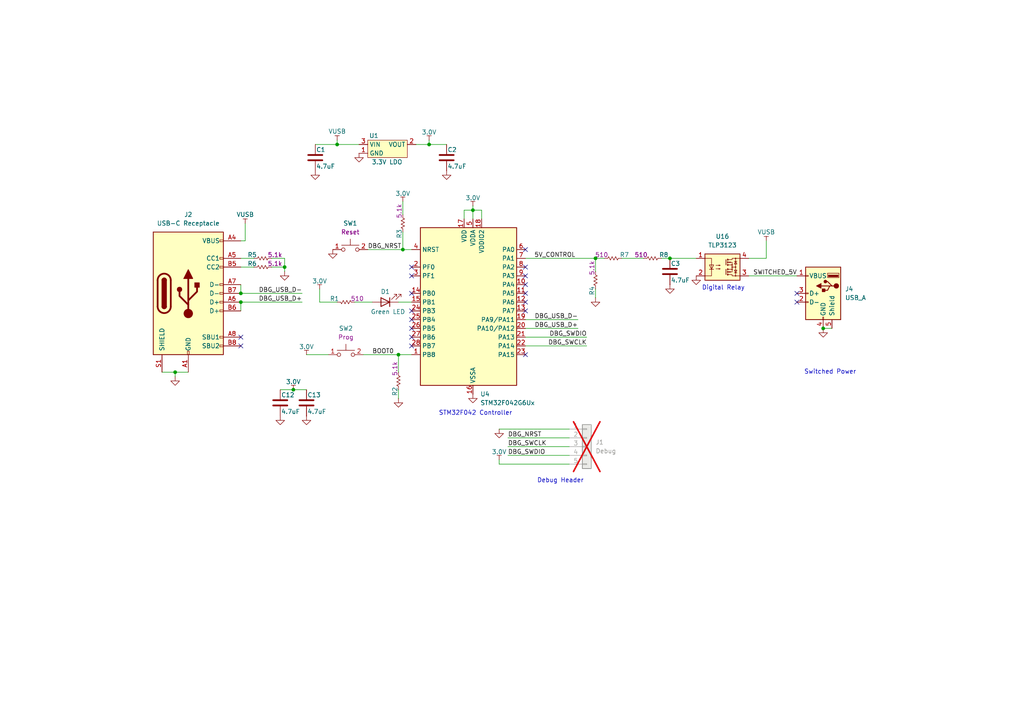
<source format=kicad_sch>
(kicad_sch (version 20250114) (generator "eeschema") (generator_version "9.0")
  (paper "A4")
  (title_block (title "Soundoff") (date "2025-09-11") (rev "V1"))
  (lib_symbols
    (symbol "Connector:USB_A" (pin_names (offset 1.016))
      (property "Reference" "J" (at -5.08 11.43 0))
      (property "Value" "USB_A" (at -5.08 8.89 0))
      (symbol "USB_A_0_1"
        (rectangle (start -5.08 -7.62) (end 5.08 7.62) (stroke (width 0.254)) (fill (type background)))
        (circle (center -3.81 2.159) (radius 0.635) (stroke (width 0.254)) (fill (type outline)))
        (polyline (pts (xy -3.175 2.159) (xy -2.54 2.159) (xy -1.27 3.429) (xy -0.635 3.429)) (stroke (width 0.254)))
        (polyline (pts (xy -2.54 2.159) (xy -1.905 2.159) (xy -1.27 0.889) (xy 0 0.889)) (stroke (width 0.254)))
        (rectangle (start -1.524 4.826) (end -4.318 5.334) (fill (type outline)))
        (rectangle (start -1.27 4.572) (end -4.572 5.842))
        (circle (center -0.635 3.429) (radius 0.381) (stroke (width 0.254)) (fill (type outline)))
        (rectangle (start -0.127 -7.62) (end 0.127 -6.858))
        (rectangle (start 0.254 1.27) (end -0.508 0.508) (stroke (width 0.254)) (fill (type outline)))
        (polyline (pts (xy 0.635 2.794) (xy 0.635 1.524) (xy 1.905 2.159) (xy 0.635 2.794)) (stroke (width 0.254)) (fill (type outline)))
        (rectangle (start 5.08 4.953) (end 4.318 5.207))
        (rectangle (start 5.08 -0.127) (end 4.318 0.127))
        (rectangle (start 5.08 -2.667) (end 4.318 -2.413))
      )
      (symbol "USB_A_1_1"
        (polyline (pts (xy -1.905 2.159) (xy 0.635 2.159)) (stroke (width 0.254)))
        (pin passive line (at -2.54 -10.16 90) (length 2.54) (name "Shield") (number "5"))
        (pin power_in line (at 0 -10.16 90) (length 2.54) (name "GND") (number "4"))
        (pin power_in line (at 7.62 5.08 180) (length 2.54) (name "VBUS") (number "1"))
        (pin bidirectional line (at 7.62 0 180) (length 2.54) (name "D+") (number "3"))
        (pin bidirectional line (at 7.62 -2.54 180) (length 2.54) (name "D-") (number "2"))
      )
    )
    (symbol "Connector_Generic:Conn_01x05" (pin_names (offset 1.016) (hide yes))
      (property "Reference" "J" (at 0 7.62 0))
      (property "Value" "Conn_01x05" (at 0 -7.62 0))
      (symbol "Conn_01x05_1_1"
        (rectangle (start -1.27 6.35) (end 1.27 -6.35) (stroke (width 0.254)) (fill (type background)))
        (rectangle (start -1.27 5.207) (end 0 4.953) (stroke (width 0.1524)))
        (rectangle (start -1.27 2.667) (end 0 2.413) (stroke (width 0.1524)))
        (rectangle (start -1.27 0.127) (end 0 -0.127) (stroke (width 0.1524)))
        (rectangle (start -1.27 -2.413) (end 0 -2.667) (stroke (width 0.1524)))
        (rectangle (start -1.27 -4.953) (end 0 -5.207) (stroke (width 0.1524)))
        (pin passive line (at -5.08 5.08 0) (length 3.81) (name "Pin_1") (number "1"))
        (pin passive line (at -5.08 2.54 0) (length 3.81) (name "Pin_2") (number "2"))
        (pin passive line (at -5.08 0 0) (length 3.81) (name "Pin_3") (number "3"))
        (pin passive line (at -5.08 -2.54 0) (length 3.81) (name "Pin_4") (number "4"))
        (pin passive line (at -5.08 -5.08 0) (length 3.81) (name "Pin_5") (number "5"))
      )
    )
    (symbol "Device:LED" (pin_numbers (hide yes)) (pin_names (offset 1.016) (hide yes))
      (property "Reference" "D" (at 0 2.54 0))
      (property "Value" "LED" (at 0 -2.54 0))
      (symbol "LED_0_1"
        (polyline (pts (xy -3.048 -0.762) (xy -4.572 -2.286) (xy -3.81 -2.286) (xy -4.572 -2.286) (xy -4.572 -1.524)))
        (polyline (pts (xy -1.778 -0.762) (xy -3.302 -2.286) (xy -2.54 -2.286) (xy -3.302 -2.286) (xy -3.302 -1.524)))
        (polyline (pts (xy -1.27 0) (xy 1.27 0)))
        (polyline (pts (xy -1.27 -1.27) (xy -1.27 1.27)) (stroke (width 0.254)))
        (polyline (pts (xy 1.27 -1.27) (xy 1.27 1.27) (xy -1.27 0) (xy 1.27 -1.27)) (stroke (width 0.254)))
      )
      (symbol "LED_1_1"
        (pin passive line (at -3.81 0 0) (length 2.54) (name "K") (number "1"))
        (pin passive line (at 3.81 0 180) (length 2.54) (name "A") (number "2"))
      )
    )
    (symbol "Soundoff:3.0V" (power) (pin_numbers (hide yes)) (pin_names (offset 0) (hide yes))
      (property "Value" "3.0V" (at 0 2.286 0))
      (symbol "3.0V_0_1"
        (polyline (pts (xy -0.635 1.27) (xy 0.635 1.27)))
        (polyline (pts (xy 0 0) (xy 0 1.27)))
      )
      (symbol "3.0V_1_1"
        (pin power_in line (at 0 0 90) (length 0) (name "~") (number "1"))
      )
    )
    (symbol "Soundoff:C 4.7uF 10V 0402" (pin_numbers (hide yes)) (pin_names (offset 0.254))
      (property "Reference" "C?" (at 0.254 2.286 0))
      (property "Value" "4.7uF" (at 0.254 -2.54 0))
      (symbol "C 4.7uF 10V 0402_0_1"
        (polyline (pts (xy -2.032 0.762) (xy 2.032 0.762)) (stroke (width 0.508)))
        (polyline (pts (xy -2.032 -0.762) (xy 2.032 -0.762)) (stroke (width 0.508)))
      )
      (symbol "C 4.7uF 10V 0402_1_1"
        (pin passive line (at 0 3.81 270) (length 2.794) (name "~") (number "1"))
        (pin passive line (at 0 -3.81 90) (length 2.794) (name "~") (number "2"))
      )
    )
    (symbol "Soundoff:CJ6330A30M"
      (property "Reference" "U1" (at -4.572 3.81 0))
      (property "Value" "3.0V LDO" (at -0.762 -3.81 0))
      (symbol "CJ6330A30M_1_1"
        (rectangle (start -6.35 2.54) (end 5.08 -2.54) (fill (type background)))
        (pin power_in line (at -8.89 1.27 0) (length 2.54) (name "VIN") (number "3"))
        (pin power_in line (at -8.89 -1.27 0) (length 2.54) (name "GND") (number "1"))
        (pin power_out line (at 7.62 1.27 180) (length 2.54) (name "VOUT") (number "2"))
      )
    )
    (symbol "Soundoff:Pushbutton Basic" (pin_names (hide yes))
      (property "Reference" "SW?" (at 0 7.62 0))
      (property "KEY" "Prog" (at 0 5.08 0))
      (symbol "Pushbutton Basic_0_1"
        (circle (center -2.032 0) (radius 0.508))
        (polyline (pts (xy 0 1.27) (xy 0 3.048)))
        (circle (center 2.032 0) (radius 0.508))
        (polyline (pts (xy 2.54 1.27) (xy -2.54 1.27)))
        (pin passive line (at -5.08 0 0) (length 2.54) (name "1") (number "1"))
        (pin passive line (at 5.08 0 180) (length 2.54) (name "2") (number "2"))
      )
    )
    (symbol "Soundoff:R 5.1k 0402" (pin_numbers (hide yes)) (pin_names (offset 0))
      (property "Reference" "R5" (at 1.016 3.048 90))
      (property "Val" "5.1k" (at 1.016 -3.556 90))
      (symbol "R 5.1k 0402_1_0"
        (polyline (pts (xy 0 2.54) (xy 0 1.524) (xy 0.508 1.27) (xy -0.508 0.762) (xy 0.508 0.254) (xy -0.508 -0.254) (xy 0.508 -0.762) (xy -0.508 -1.27) (xy 0 -1.524) (xy 0 -2.54)))
        (pin passive line (at 0 2.54 270) (length 0) (name "2") (number "2"))
        (pin passive line (at 0 -2.54 90) (length 0) (name "1") (number "1"))
      )
    )
    (symbol "Soundoff:R 510 0402" (pin_numbers (hide yes)) (pin_names (offset 0))
      (property "Reference" "R56" (at 1.016 -3.302 90))
      (property "Val" "510" (at 1.016 3.302 90))
      (symbol "R 510 0402_1_0"
        (polyline (pts (xy 0 2.54) (xy 0 1.524) (xy 0.508 1.27) (xy -0.508 0.762) (xy 0.508 0.254) (xy -0.508 -0.254) (xy 0.508 -0.762) (xy -0.508 -1.27) (xy 0 -1.524) (xy 0 -2.54)))
        (pin passive line (at 0 2.54 270) (length 0) (name "2") (number "2"))
        (pin passive line (at 0 -2.54 90) (length 0) (name "1") (number "1"))
      )
    )
    (symbol "Soundoff:STM32F042G6Ux"
      (property "Reference" "U4" (at 4.7341 -20.32 0))
      (property "Value" "STM32F042G6Ux" (at 4.7341 -22.86 0))
      (symbol "STM32F042G6Ux_0_1"
        (rectangle (start -12.7 24.13) (end 15.24 -21.59) (stroke (width 0.254)) (fill (type background)))
      )
      (symbol "STM32F042G6Ux_1_1"
        (pin input line (at -15.24 17.78 0) (length 2.54) (name "NRST") (number "4"))
        (pin bidirectional line (at -15.24 12.7 0) (length 2.54) (name "PF0") (number "2"))
        (pin bidirectional line (at -15.24 10.16 0) (length 2.54) (name "PF1") (number "3"))
        (pin bidirectional line (at -15.24 5.08 0) (length 2.54) (name "PB0") (number "14"))
        (pin bidirectional line (at -15.24 2.54 0) (length 2.54) (name "PB1") (number "15"))
        (pin bidirectional line (at -15.24 0 0) (length 2.54) (name "PB3") (number "24"))
        (pin bidirectional line (at -15.24 -2.54 0) (length 2.54) (name "PB4") (number "25"))
        (pin bidirectional line (at -15.24 -5.08 0) (length 2.54) (name "PB5") (number "26"))
        (pin bidirectional line (at -15.24 -7.62 0) (length 2.54) (name "PB6") (number "27"))
        (pin bidirectional line (at -15.24 -10.16 0) (length 2.54) (name "PB7") (number "28"))
        (pin bidirectional line (at -15.24 -12.7 0) (length 2.54) (name "PB8") (number "1"))
        (pin power_in line (at 0 26.67 270) (length 2.54) (name "VDD") (number "17"))
        (pin power_in line (at 2.54 26.67 270) (length 2.54) (name "VDDA") (number "5"))
        (pin power_in line (at 2.54 -24.13 90) (length 2.54) (name "VSSA") (number "16"))
        (pin power_in line (at 5.08 26.67 270) (length 2.54) (name "VDDIO2") (number "18"))
        (pin bidirectional line (at 17.78 17.78 180) (length 2.54) (name "PA0") (number "6"))
        (pin bidirectional line (at 17.78 15.24 180) (length 2.54) (name "PA1") (number "7"))
        (pin bidirectional line (at 17.78 12.7 180) (length 2.54) (name "PA2") (number "8"))
        (pin bidirectional line (at 17.78 10.16 180) (length 2.54) (name "PA3") (number "9"))
        (pin bidirectional line (at 17.78 7.62 180) (length 2.54) (name "PA4") (number "10"))
        (pin bidirectional line (at 17.78 5.08 180) (length 2.54) (name "PA5") (number "11"))
        (pin bidirectional line (at 17.78 2.54 180) (length 2.54) (name "PA6") (number "12"))
        (pin bidirectional line (at 17.78 0 180) (length 2.54) (name "PA7") (number "13"))
        (pin bidirectional line (at 17.78 -2.54 180) (length 2.54) (name "PA9/PA11") (number "19"))
        (pin bidirectional line (at 17.78 -5.08 180) (length 2.54) (name "PA10/PA12") (number "20"))
        (pin bidirectional line (at 17.78 -7.62 180) (length 2.54) (name "PA13") (number "21"))
        (pin bidirectional line (at 17.78 -10.16 180) (length 2.54) (name "PA14") (number "22"))
        (pin bidirectional line (at 17.78 -12.7 180) (length 2.54) (name "PA15") (number "23"))
      )
    )
    (symbol "Soundoff:TLP3123"
      (property "Reference" "U16" (at 0 8.89 0))
      (property "Value" "TLP3123" (at 0 6.35 0))
      (symbol "TLP3123_0_1"
        (rectangle (start -5.08 3.81) (end 5.08 -3.81) (stroke (width 0.254)) (fill (type background)))
        (polyline (pts (xy -5.08 2.54) (xy -3.175 2.54) (xy -3.175 -2.54) (xy -5.08 -2.54)))
        (polyline (pts (xy -3.81 -0.635) (xy -2.54 -0.635)))
        (polyline (pts (xy -3.175 -0.635) (xy -3.81 0.635) (xy -2.54 0.635) (xy -3.175 -0.635)))
        (polyline (pts (xy -1.905 0.508) (xy -0.635 0.508) (xy -1.016 0.381) (xy -1.016 0.635) (xy -0.635 0.508)))
        (polyline (pts (xy -1.905 -0.508) (xy -0.635 -0.508) (xy -1.016 -0.635) (xy -1.016 -0.381) (xy -0.635 -0.508)))
        (polyline (pts (xy 1.016 2.159) (xy 1.016 0.635)) (stroke (width 0.2032)))
        (polyline (pts (xy 1.016 -0.635) (xy 1.016 -2.159)) (stroke (width 0.2032)))
        (polyline (pts (xy 1.524 2.286) (xy 1.524 2.032) (xy 1.524 2.032)) (stroke (width 0.3556)))
        (polyline (pts (xy 1.524 1.524) (xy 1.524 1.27) (xy 1.524 1.27)) (stroke (width 0.3556)))
        (polyline (pts (xy 1.524 0.762) (xy 1.524 0.508) (xy 1.524 0.508)) (stroke (width 0.3556)))
        (polyline (pts (xy 1.524 -0.508) (xy 1.524 -0.762)) (stroke (width 0.3556)))
        (polyline (pts (xy 1.524 -1.27) (xy 1.524 -1.524) (xy 1.524 -1.524)) (stroke (width 0.3556)))
        (polyline (pts (xy 1.524 -2.032) (xy 1.524 -2.286) (xy 1.524 -2.286)) (stroke (width 0.3556)))
        (polyline (pts (xy 1.651 2.159) (xy 2.794 2.159) (xy 2.794 2.54) (xy 5.08 2.54)))
        (polyline (pts (xy 1.651 1.397) (xy 2.794 1.397) (xy 2.794 0.635)))
        (polyline (pts (xy 1.651 -0.635) (xy 2.794 -0.635) (xy 2.794 0.635) (xy 1.651 0.635)))
        (polyline (pts (xy 1.651 -1.397) (xy 2.794 -1.397) (xy 2.794 -0.635)))
        (polyline (pts (xy 1.651 -2.159) (xy 2.794 -2.159) (xy 2.794 -2.54) (xy 5.08 -2.54)))
        (polyline (pts (xy 1.778 1.397) (xy 2.286 1.524) (xy 2.286 1.27) (xy 1.778 1.397)))
        (polyline (pts (xy 1.778 -1.397) (xy 2.286 -1.27) (xy 2.286 -1.524) (xy 1.778 -1.397)))
        (circle (center 2.794 0.635) (radius 0.127))
        (polyline (pts (xy 2.794 0) (xy 3.81 0)))
        (circle (center 2.794 0) (radius 0.127))
        (circle (center 2.794 -0.635) (radius 0.127))
        (polyline (pts (xy 3.429 1.651) (xy 4.191 1.651)))
        (polyline (pts (xy 3.429 -1.651) (xy 4.191 -1.651)))
        (circle (center 3.81 2.54) (radius 0.127))
        (polyline (pts (xy 3.81 1.651) (xy 3.429 0.889) (xy 4.191 0.889) (xy 3.81 1.651)))
        (circle (center 3.81 0) (radius 0.127))
        (polyline (pts (xy 3.81 -1.651) (xy 3.429 -0.889) (xy 4.191 -0.889) (xy 3.81 -1.651)))
        (polyline (pts (xy 3.81 -2.54) (xy 3.81 2.54)))
        (circle (center 3.81 -2.54) (radius 0.127))
      )
      (symbol "TLP3123_1_1"
        (pin passive line (at -7.62 2.54 0) (length 2.54) (name "~") (number "1"))
        (pin passive line (at -7.62 -2.54 0) (length 2.54) (name "~") (number "2"))
        (pin passive line (at 7.62 2.54 180) (length 2.54) (name "~") (number "4"))
        (pin passive line (at 7.62 -2.54 180) (length 2.54) (name "~") (number "3"))
      )
    )
    (symbol "Soundoff:USB_C_Receptacle_USB2.0_16P" (pin_names (offset 1.016))
      (property "Reference" "J2" (at 0 22.86 0))
      (property "Value" "USB-C Receptacle" (at 0 20.32 0))
      (symbol "USB_C_Receptacle_USB2.0_16P_0_0"
        (rectangle (start -0.254 -17.78) (end 0.254 -16.764))
        (rectangle (start 10.16 15.494) (end 9.144 14.986))
        (rectangle (start 10.16 10.414) (end 9.144 9.906))
        (rectangle (start 10.16 7.874) (end 9.144 7.366))
        (rectangle (start 10.16 2.794) (end 9.144 2.286))
        (rectangle (start 10.16 0.254) (end 9.144 -0.254))
        (rectangle (start 10.16 -2.286) (end 9.144 -2.794))
        (rectangle (start 10.16 -4.826) (end 9.144 -5.334))
        (rectangle (start 10.16 -12.446) (end 9.144 -12.954))
        (rectangle (start 10.16 -14.986) (end 9.144 -15.494))
      )
      (symbol "USB_C_Receptacle_USB2.0_16P_0_1"
        (rectangle (start -10.16 17.78) (end 10.16 -17.78) (stroke (width 0.254)) (fill (type background)))
        (polyline (pts (xy -8.89 -3.81) (xy -8.89 3.81)) (stroke (width 0.508)))
        (rectangle (start -7.62 -3.81) (end -6.35 3.81) (stroke (width 0.254)) (fill (type outline)))
        (arc (start -7.62 3.81) (mid -6.985 4.4423) (end -6.35 3.81) (stroke (width 0.254)))
        (arc (start -7.62 3.81) (mid -6.985 4.4423) (end -6.35 3.81) (stroke (width 0.254)) (fill (type outline)))
        (arc (start -8.89 3.81) (mid -6.985 5.7067) (end -5.08 3.81) (stroke (width 0.508)))
        (arc (start -5.08 -3.81) (mid -6.985 -5.7067) (end -8.89 -3.81) (stroke (width 0.508)))
        (arc (start -6.35 -3.81) (mid -6.985 -4.4423) (end -7.62 -3.81) (stroke (width 0.254)))
        (arc (start -6.35 -3.81) (mid -6.985 -4.4423) (end -7.62 -3.81) (stroke (width 0.254)) (fill (type outline)))
        (polyline (pts (xy -5.08 3.81) (xy -5.08 -3.81)) (stroke (width 0.508)))
        (circle (center -2.54 1.143) (radius 0.635) (stroke (width 0.254)) (fill (type outline)))
        (polyline (pts (xy -1.27 4.318) (xy 0 6.858) (xy 1.27 4.318) (xy -1.27 4.318)) (stroke (width 0.254)) (fill (type outline)))
        (polyline (pts (xy 0 -2.032) (xy 2.54 0.508) (xy 2.54 1.778)) (stroke (width 0.508)))
        (polyline (pts (xy 0 -3.302) (xy -2.54 -0.762) (xy -2.54 0.508)) (stroke (width 0.508)))
        (polyline (pts (xy 0 -5.842) (xy 0 4.318)) (stroke (width 0.508)))
        (circle (center 0 -5.842) (radius 1.27) (fill (type outline)))
        (rectangle (start 1.905 1.778) (end 3.175 3.048) (stroke (width 0.254)) (fill (type outline)))
      )
      (symbol "USB_C_Receptacle_USB2.0_16P_1_1"
        (pin passive line (at -7.62 -22.86 90) (length 5.08) (name "SHIELD") (number "S1"))
        (pin passive line (at 0 -22.86 90) (length 5.08) (name "GND") (number "A1"))
        (pin passive line (at 0 -22.86 90) (length 5.08) (hide yes) (name "GND") (number "A12"))
        (pin passive line (at 0 -22.86 90) (length 5.08) (hide yes) (name "GND") (number "B1"))
        (pin passive line (at 0 -22.86 90) (length 5.08) (hide yes) (name "GND") (number "B12"))
        (pin passive line (at 15.24 15.24 180) (length 5.08) (name "VBUS") (number "A4"))
        (pin passive line (at 15.24 15.24 180) (length 5.08) (hide yes) (name "VBUS") (number "A9"))
        (pin passive line (at 15.24 15.24 180) (length 5.08) (hide yes) (name "VBUS") (number "B4"))
        (pin passive line (at 15.24 15.24 180) (length 5.08) (hide yes) (name "VBUS") (number "B9"))
        (pin bidirectional line (at 15.24 10.16 180) (length 5.08) (name "CC1") (number "A5"))
        (pin bidirectional line (at 15.24 7.62 180) (length 5.08) (name "CC2") (number "B5"))
        (pin bidirectional line (at 15.24 2.54 180) (length 5.08) (name "D-") (number "A7"))
        (pin bidirectional line (at 15.24 0 180) (length 5.08) (name "D-") (number "B7"))
        (pin bidirectional line (at 15.24 -2.54 180) (length 5.08) (name "D+") (number "A6"))
        (pin bidirectional line (at 15.24 -5.08 180) (length 5.08) (name "D+") (number "B6"))
        (pin bidirectional line (at 15.24 -12.7 180) (length 5.08) (name "SBU1") (number "A8"))
        (pin bidirectional line (at 15.24 -15.24 180) (length 5.08) (name "SBU2") (number "B8"))
      )
    )
    (symbol "Soundoff:VUSB" (power) (pin_numbers (hide yes)) (pin_names (offset 0) (hide yes))
      (property "Value" "VUSB" (at 0 2.54 0))
      (symbol "VUSB_0_1"
        (polyline (pts (xy -0.635 1.27) (xy 0.635 1.27)))
        (polyline (pts (xy 0 0) (xy 0 1.27)))
      )
      (symbol "VUSB_1_1"
        (pin power_in line (at 0 0 90) (length 0) (name "~") (number "1"))
      )
    )
    (symbol "power:GND" (power) (pin_numbers (hide yes)) (pin_names (offset 0) (hide yes))
      (property "Value" "GND" (at 0 -3.81 0))
      (symbol "GND_0_1"
        (polyline (pts (xy 0 0) (xy 0 -1.27) (xy 1.27 -1.27) (xy 0 -2.54) (xy -1.27 -1.27) (xy 0 -1.27)))
      )
      (symbol "GND_1_1"
        (pin power_in line (at 0 0 270) (length 0) (name "~") (number "1"))
      )
    )
  )
  (text "STM32F042 Controller" (at 137.922 119.888 0) (effects (font (size 1.27 1.27))))
  (text "Switched Power" (at 240.792 107.95 0) (effects (font (size 1.27 1.27))))
  (text "Debug Header" (at 162.56 139.446 0) (effects (font (size 1.27 1.27))))
  (text "Digital Relay" (at 209.804 83.566 0) (effects (font (size 1.27 1.27))))
  (junction (at 85.09 113.03))
  (junction (at 50.8 107.95))
  (junction (at 172.72 74.93))
  (junction (at 97.79 41.91))
  (junction (at 69.85 87.63))
  (junction (at 116.84 72.39))
  (junction (at 82.55 77.47))
  (junction (at 194.31 74.93))
  (junction (at 115.57 102.87))
  (junction (at 238.76 95.25))
  (junction (at 69.85 85.09))
  (junction (at 124.46 41.91))
  (junction (at 137.16 60.96))
  (no_connect (at 231.14 85.09))
  (no_connect (at 119.38 92.71))
  (no_connect (at 152.4 80.01))
  (no_connect (at 119.38 80.01))
  (no_connect (at 119.38 85.09))
  (no_connect (at 69.85 100.33))
  (no_connect (at 119.38 77.47))
  (no_connect (at 231.14 87.63))
  (no_connect (at 152.4 102.87))
  (no_connect (at 119.38 97.79))
  (no_connect (at 152.4 90.17))
  (no_connect (at 119.38 90.17))
  (no_connect (at 152.4 87.63))
  (no_connect (at 152.4 82.55))
  (no_connect (at 152.4 85.09))
  (no_connect (at 119.38 95.25))
  (no_connect (at 69.85 97.79))
  (no_connect (at 152.4 72.39))
  (no_connect (at 152.4 77.47))
  (no_connect (at 119.38 100.33))
  (wire (pts (xy 116.84 58.42) (xy 116.84 62.23)))
  (wire (pts (xy 115.57 102.87) (xy 115.57 107.95)))
  (wire (pts (xy 69.85 74.93) (xy 73.66 74.93)))
  (wire (pts (xy 69.85 87.63) (xy 87.63 87.63)))
  (wire (pts (xy 69.85 87.63) (xy 69.85 90.17)))
  (wire (pts (xy 172.72 74.93) (xy 172.72 78.74)))
  (wire (pts (xy 222.25 74.93) (xy 222.25 69.85)))
  (wire (pts (xy 165.1 132.08) (xy 147.32 132.08)))
  (wire (pts (xy 129.54 41.91) (xy 124.46 41.91)))
  (wire (pts (xy 88.9 102.87) (xy 95.25 102.87)))
  (wire (pts (xy 97.79 41.91) (xy 97.79 40.64)))
  (wire (pts (xy 180.34 74.93) (xy 186.69 74.93)))
  (wire (pts (xy 92.71 87.63) (xy 92.71 83.82)))
  (wire (pts (xy 71.12 64.77) (xy 71.12 69.85)))
  (wire (pts (xy 172.72 86.36) (xy 172.72 83.82)))
  (wire (pts (xy 50.8 107.95) (xy 50.8 109.22)))
  (wire (pts (xy 78.74 74.93) (xy 82.55 74.93)))
  (wire (pts (xy 238.76 95.25) (xy 241.3 95.25)))
  (wire (pts (xy 134.62 60.96) (xy 137.16 60.96)))
  (wire (pts (xy 69.85 85.09) (xy 87.63 85.09)))
  (wire (pts (xy 69.85 82.55) (xy 69.85 85.09)))
  (wire (pts (xy 119.38 87.63) (xy 115.57 87.63)))
  (wire (pts (xy 106.68 72.39) (xy 116.84 72.39)))
  (wire (pts (xy 194.31 74.93) (xy 201.93 74.93)))
  (wire (pts (xy 120.65 41.91) (xy 124.46 41.91)))
  (wire (pts (xy 191.77 74.93) (xy 194.31 74.93)))
  (wire (pts (xy 50.8 107.95) (xy 54.61 107.95)))
  (wire (pts (xy 217.17 80.01) (xy 231.14 80.01)))
  (wire (pts (xy 115.57 102.87) (xy 119.38 102.87)))
  (wire (pts (xy 69.85 77.47) (xy 73.66 77.47)))
  (wire (pts (xy 78.74 77.47) (xy 82.55 77.47)))
  (wire (pts (xy 116.84 67.31) (xy 116.84 72.39)))
  (wire (pts (xy 82.55 77.47) (xy 82.55 78.74)))
  (wire (pts (xy 91.44 41.91) (xy 97.79 41.91)))
  (wire (pts (xy 97.79 87.63) (xy 92.71 87.63)))
  (wire (pts (xy 124.46 41.91) (xy 124.46 40.64)))
  (wire (pts (xy 137.16 60.96) (xy 139.7 60.96)))
  (wire (pts (xy 144.78 133.35) (xy 144.78 134.62)))
  (wire (pts (xy 144.78 124.46) (xy 165.1 124.46)))
  (wire (pts (xy 152.4 97.79) (xy 170.18 97.79)))
  (wire (pts (xy 147.32 127) (xy 165.1 127)))
  (wire (pts (xy 172.72 74.93) (xy 175.26 74.93)))
  (wire (pts (xy 81.28 113.03) (xy 85.09 113.03)))
  (wire (pts (xy 85.09 113.03) (xy 88.9 113.03)))
  (wire (pts (xy 152.4 74.93) (xy 172.72 74.93)))
  (wire (pts (xy 137.16 60.96) (xy 137.16 63.5)))
  (wire (pts (xy 134.62 63.5) (xy 134.62 60.96)))
  (wire (pts (xy 107.95 87.63) (xy 102.87 87.63)))
  (wire (pts (xy 116.84 72.39) (xy 119.38 72.39)))
  (wire (pts (xy 46.99 107.95) (xy 50.8 107.95)))
  (wire (pts (xy 115.57 115.57) (xy 115.57 113.03)))
  (wire (pts (xy 152.4 100.33) (xy 170.18 100.33)))
  (wire (pts (xy 139.7 60.96) (xy 139.7 63.5)))
  (wire (pts (xy 152.4 92.71) (xy 167.64 92.71)))
  (wire (pts (xy 105.41 102.87) (xy 115.57 102.87)))
  (wire (pts (xy 144.78 134.62) (xy 165.1 134.62)))
  (wire (pts (xy 165.1 129.54) (xy 147.32 129.54)))
  (wire (pts (xy 152.4 95.25) (xy 167.64 95.25)))
  (wire (pts (xy 217.17 74.93) (xy 222.25 74.93)))
  (wire (pts (xy 137.16 60.96) (xy 137.16 59.69)))
  (wire (pts (xy 97.79 41.91) (xy 104.14 41.91)))
  (wire (pts (xy 82.55 74.93) (xy 82.55 77.47)))
  (wire (pts (xy 71.12 69.85) (xy 69.85 69.85)))
  (label "DBG_SWCLK" (at 147.32 129.54 0))
  (label "DBG_USB_D+" (at 87.63 87.63 180))
  (label "DBG_SWDIO" (at 170.18 97.79 180))
  (label "DBG_NRST" (at 106.68 72.39 0))
  (label "BOOT0" (at 107.95 102.87 0))
  (label "DBG_USB_D-" (at 87.63 85.09 180))
  (label "SWITCHED_5V" (at 218.44 80.01 0))
  (label "DBG_USB_D+" (at 167.64 95.25 180))
  (label "DBG_NRST" (at 147.32 127 0))
  (label "DBG_SWDIO" (at 147.32 132.08 0))
  (label "DBG_USB_D-" (at 167.64 92.71 180))
  (label "5V_CONTROL" (at 154.94 74.93 0))
  (label "DBG_SWCLK" (at 170.18 100.33 180))
  (symbol (lib_id "Soundoff:3.0V") (at 137.16 59.69 0) (unit 1)
    (property "Reference" "#PWR01" (effects (hide yes)))
    (property "Value" "3.0V" (at 137.16 57.404 0))
    (property "Description" "Power symbol creates a global label with name \"3.0V\"" (effects (hide yes)))
  )
  (symbol (lib_id "Soundoff:CJ6330A30M") (at 113.03 43.18 0) (unit 1)
    (property "Reference" "U1" (at 108.458 39.37 0))
    (property "Value" "3.3V LDO" (at 112.268 46.99 0))
    (property "Footprint" "Package_TO_SOT_SMD:SOT-23-3" (effects (hide yes)))
    (property "Datasheet" "https://jlcpcb.com/api/file/downloadByFileSystemAccessId/8579707861620228096" (effects (hide yes)))
    (property "Description" "-40℃~+85℃@(Ta) 1 1uA 200mA 3.3V 6V Fixed Over Current Protection Positive SOT-23-3L Voltage Regulators - Linear, Low Drop Out (LDO) Regulators ROHS" (effects (hide yes)))
    (property "Manufacturer" "Torex Semicon" (effects (hide yes)))
    (property "MPN" "XC6206P332MR-G" (effects (hide yes)))
    (property "LCSC" "C5446" (effects (hide yes)))
  )
  (symbol (lib_id "power:GND") (at 201.93 80.01 0) (unit 1)
    (property "Reference" "#PWR0111" (effects (hide yes)))
    (property "Value" "GND" (effects (hide yes)))
    (property "Description" "Power symbol creates a global label with name \"GND\" , ground" (effects (hide yes)))
  )
  (symbol (lib_id "Soundoff:R 5.1k 0402") (at 115.57 110.49 180) (unit 1)
    (property "Reference" "R2" (at 114.554 113.538 90))
    (property "Value" "R 5.1k 0402" (effects (hide yes)))
    (property "Footprint" "Resistor_SMD:R_0402_1005Metric" (effects (hide yes)))
    (property "Description" "62.5mW Thick Film Resistors 50V ±100ppm/℃ ±1% 5.1kΩ 0402 Chip Resistor - Surface Mount ROHS" (effects (hide yes)))
    (property "Manufacturer" "uni-royal(uniroyal elec)" (effects (hide yes)))
    (property "MPN" "0402WGF5101TCE" (effects (hide yes)))
    (property "Val" "5.1k" (at 114.554 106.934 90))
    (property "LCSC" "C25905" (effects (hide yes)))
  )
  (symbol (lib_id "Soundoff:C 4.7uF 10V 0402") (at 88.9 116.84 0) (unit 1)
    (property "Reference" "C13" (at 89.154 114.554 0) (effects (justify left)))
    (property "Value" "4.7uF" (at 89.154 119.38 0) (effects (justify left)))
    (property "Footprint" "Capacitor_SMD:C_0402_1005Metric" (effects (hide yes)))
    (property "Description" "10V 4.7uF X5R ±20% 0402" (effects (hide yes)))
    (property "Manufacturer" "Samsung" (effects (hide yes)))
    (property "MPN" "CL05A475MP5NRNC" (effects (hide yes)))
    (property "LCSC" "C23733" (effects (hide yes)))
  )
  (symbol (lib_id "Soundoff:3.0V") (at 124.46 40.64 0) (unit 1)
    (property "Reference" "#PWR014" (effects (hide yes)))
    (property "Value" "3.0V" (at 124.46 38.354 0))
    (property "Description" "Power symbol creates a global label with name \"3.0V\"" (effects (hide yes)))
  )
  (symbol (lib_id "Soundoff:C 4.7uF 10V 0402") (at 129.54 45.72 0) (unit 1)
    (property "Reference" "C2" (at 129.794 43.434 0) (effects (justify left)))
    (property "Value" "4.7uF" (at 129.794 48.26 0) (effects (justify left)))
    (property "Footprint" "Capacitor_SMD:C_0402_1005Metric" (effects (hide yes)))
    (property "Description" "10V 4.7uF X5R ±20% 0402" (effects (hide yes)))
    (property "Manufacturer" "Samsung" (effects (hide yes)))
    (property "MPN" "CL05A475MP5NRNC" (effects (hide yes)))
    (property "LCSC" "C23733" (effects (hide yes)))
  )
  (symbol (lib_id "Soundoff:Pushbutton Basic") (at 101.6 72.39 0) (unit 1)
    (property "Reference" "SW1" (at 101.6 64.77 0))
    (property "Value" "Pushbutton 4.2x3.2mm 250gf" (effects (hide yes)))
    (property "Footprint" "Button_Switch_SMD:SW_Push_1P1T_XKB_TS-1187A" (effects (hide yes)))
    (property "Datasheet" "https://datasheet.lcsc.com/lcsc/2304140030_XKB-Connectivity-TS-1187A-B-A-B_C318884.pdf" (effects (hide yes)))
    (property "Description" "Tactile Switch SPST-NO Top Actuated Surface Mount" (effects (hide yes)))
    (property "Manufacturer" "XKB Connectivity" (effects (hide yes)))
    (property "MPN" "TS-1187A-B-A-B" (effects (hide yes)))
    (property "LCSC" "C318884" (effects (hide yes)))
    (property "KEY" "Reset" (at 101.6 67.31 0))
  )
  (symbol (lib_id "Soundoff:Pushbutton Basic") (at 100.33 102.87 0) (unit 1)
    (property "Reference" "SW2" (at 100.33 95.25 0))
    (property "Value" "Pushbutton 4.2x3.2mm 250gf" (effects (hide yes)))
    (property "Footprint" "Button_Switch_SMD:SW_Push_1P1T_XKB_TS-1187A" (effects (hide yes)))
    (property "Datasheet" "https://datasheet.lcsc.com/lcsc/2304140030_XKB-Connectivity-TS-1187A-B-A-B_C318884.pdf" (effects (hide yes)))
    (property "Description" "Tactile Switch SPST-NO Top Actuated Surface Mount" (effects (hide yes)))
    (property "Manufacturer" "XKB Connectivity" (effects (hide yes)))
    (property "MPN" "TS-1187A-B-A-B" (effects (hide yes)))
    (property "LCSC" "C318884" (effects (hide yes)))
    (property "KEY" "Prog" (at 100.33 97.79 0))
  )
  (symbol (lib_id "Soundoff:TLP3123") (at 209.55 77.47 0) (unit 1)
    (property "Reference" "U16" (at 209.55 68.58 0))
    (property "Value" "TLP3123" (at 209.55 71.12 0))
    (property "Footprint" "Package_SO:SO-4_4.4x3.9mm_P2.54mm" (effects (hide yes)))
    (property "Datasheet" "https://jlcpcb.com/api/file/downloadByFileSystemAccessId/8590908744882462720" (effects (hide yes)))
    (property "Description" "1.4V 60V 1.5Ω 500mA SOP-4 Solid State Relays (MOS Output) ROHS" (effects (hide yes)))
    (property "Manufacturer" "AOTE" (effects (hide yes)))
    (property "MPN" "TLP3123" (effects (hide yes)))
    (property "LCSC" "C20624244" (effects (hide yes)))
  )
  (symbol (lib_id "Soundoff:VUSB") (at 71.12 64.77 0) (unit 1)
    (property "Reference" "#PWR022" (effects (hide yes)))
    (property "Value" "VUSB" (at 71.12 62.23 0))
    (property "Description" "Power symbol creates a global label with name \"VUSB\"" (effects (hide yes)))
  )
  (symbol (lib_id "power:GND") (at 238.76 95.25 0) (unit 1)
    (property "Reference" "#PWR08" (effects (hide yes)))
    (property "Value" "GND" (effects (hide yes)))
    (property "Description" "Power symbol creates a global label with name \"GND\" , ground" (effects (hide yes)))
  )
  (symbol (lib_id "power:GND") (at 88.9 120.65 0) (unit 1)
    (property "Reference" "#PWR048" (effects (hide yes)))
    (property "Value" "GND" (effects (hide yes)))
    (property "Description" "Power symbol creates a global label with name \"GND\" , ground" (effects (hide yes)))
  )
  (symbol (lib_id "power:GND") (at 96.52 72.39 0) (unit 1)
    (property "Reference" "#PWR016" (effects (hide yes)))
    (property "Value" "GND" (effects (hide yes)))
    (property "Description" "Power symbol creates a global label with name \"GND\" , ground" (effects (hide yes)))
  )
  (symbol (lib_id "Soundoff:3.0V") (at 88.9 102.87 0) (unit 1)
    (property "Reference" "#PWR011" (effects (hide yes)))
    (property "Value" "3.0V" (at 88.9 100.584 0))
    (property "Description" "Power symbol creates a global label with name \"3.0V\"" (effects (hide yes)))
  )
  (symbol (lib_id "Soundoff:R 510 0402") (at 189.23 74.93 90) (unit 1)
    (property "Reference" "R8" (at 192.532 73.914 90))
    (property "Value" "R 510 0402" (effects (hide yes)))
    (property "Footprint" "Resistor_SMD:R_0402_1005Metric" (effects (hide yes)))
    (property "Description" "-55℃~+155℃ 50V 510Ω 62.5mW Thick Film Resistor ±1% ±100ppm/℃ 0402 Chip Resistor - Surface Mount ROHS" (effects (hide yes)))
    (property "Manufacturer" "uni-royal(uniroyal elec)" (effects (hide yes)))
    (property "MPN" "0402WGF5100TCE" (effects (hide yes)))
    (property "LCSC" "C25123" (effects (hide yes)))
    (property "Val" "510" (at 185.928 73.914 90))
  )
  (symbol (lib_id "Soundoff:C 4.7uF 10V 0402") (at 91.44 45.72 0) (unit 1)
    (property "Reference" "C1" (at 91.694 43.434 0) (effects (justify left)))
    (property "Value" "4.7uF" (at 91.694 48.26 0) (effects (justify left)))
    (property "Footprint" "Capacitor_SMD:C_0402_1005Metric" (effects (hide yes)))
    (property "Description" "10V 4.7uF X5R ±20% 0402" (effects (hide yes)))
    (property "Manufacturer" "Samsung" (effects (hide yes)))
    (property "MPN" "CL05A475MP5NRNC" (effects (hide yes)))
    (property "LCSC" "C23733" (effects (hide yes)))
  )
  (symbol (lib_id "Soundoff:R 5.1k 0402") (at 172.72 81.28 180) (unit 1)
    (property "Reference" "R4" (at 171.704 84.328 90))
    (property "Value" "R 5.1k 0402" (effects (hide yes)))
    (property "Footprint" "Resistor_SMD:R_0402_1005Metric" (effects (hide yes)))
    (property "Description" "62.5mW Thick Film Resistors 50V ±100ppm/℃ ±1% 5.1kΩ 0402 Chip Resistor - Surface Mount ROHS" (effects (hide yes)))
    (property "Manufacturer" "uni-royal(uniroyal elec)" (effects (hide yes)))
    (property "MPN" "0402WGF5101TCE" (effects (hide yes)))
    (property "Val" "5.1k" (at 171.704 77.724 90))
    (property "LCSC" "C25905" (effects (hide yes)))
  )
  (symbol (lib_id "power:GND") (at 194.31 82.55 0) (unit 1)
    (property "Reference" "#PWR02" (effects (hide yes)))
    (property "Value" "GND" (effects (hide yes)))
    (property "Description" "Power symbol creates a global label with name \"GND\" , ground" (effects (hide yes)))
  )
  (symbol (lib_id "Soundoff:R 510 0402") (at 100.33 87.63 270) (mirror x) (unit 1)
    (property "Reference" "R1" (at 97.028 86.614 90))
    (property "Value" "R 510 0402" (effects (hide yes)))
    (property "Footprint" "Resistor_SMD:R_0402_1005Metric" (effects (hide yes)))
    (property "Description" "-55℃~+155℃ 50V 510Ω 62.5mW Thick Film Resistor ±1% ±100ppm/℃ 0402 Chip Resistor - Surface Mount ROHS" (effects (hide yes)))
    (property "Manufacturer" "uni-royal(uniroyal elec)" (effects (hide yes)))
    (property "MPN" "0402WGF5100TCE" (effects (hide yes)))
    (property "LCSC" "C25123" (effects (hide yes)))
    (property "Val" "510" (at 103.632 86.614 90))
  )
  (symbol (lib_id "power:GND") (at 82.55 78.74 0) (unit 1)
    (property "Reference" "#PWR021" (effects (hide yes)))
    (property "Value" "GND" (effects (hide yes)))
  )
  (symbol (lib_id "power:GND") (at 104.14 44.45 0) (unit 1)
    (property "Reference" "#PWR06" (effects (hide yes)))
    (property "Value" "GND" (effects (hide yes)))
    (property "Description" "Power symbol creates a global label with name \"GND\" , ground" (effects (hide yes)))
  )
  (symbol (lib_id "Soundoff:R 510 0402") (at 177.8 74.93 90) (unit 1)
    (property "Reference" "R7" (at 181.102 73.914 90))
    (property "Value" "R 510 0402" (effects (hide yes)))
    (property "Footprint" "Resistor_SMD:R_0402_1005Metric" (effects (hide yes)))
    (property "Description" "-55℃~+155℃ 50V 510Ω 62.5mW Thick Film Resistor ±1% ±100ppm/℃ 0402 Chip Resistor - Surface Mount ROHS" (effects (hide yes)))
    (property "Manufacturer" "uni-royal(uniroyal elec)" (effects (hide yes)))
    (property "MPN" "0402WGF5100TCE" (effects (hide yes)))
    (property "LCSC" "C25123" (effects (hide yes)))
    (property "Val" "510" (at 174.498 73.914 90))
  )
  (symbol (lib_id "Soundoff:R 5.1k 0402") (at 116.84 64.77 180) (unit 1)
    (property "Reference" "R3" (at 115.824 67.818 90))
    (property "Value" "R 5.1k 0402" (effects (hide yes)))
    (property "Footprint" "Resistor_SMD:R_0402_1005Metric" (effects (hide yes)))
    (property "Description" "62.5mW Thick Film Resistors 50V ±100ppm/℃ ±1% 5.1kΩ 0402 Chip Resistor - Surface Mount ROHS" (effects (hide yes)))
    (property "Manufacturer" "uni-royal(uniroyal elec)" (effects (hide yes)))
    (property "MPN" "0402WGF5101TCE" (effects (hide yes)))
    (property "Val" "5.1k" (at 115.824 61.214 90))
    (property "LCSC" "C25905" (effects (hide yes)))
  )
  (symbol (lib_id "Soundoff:VUSB") (at 97.79 40.64 0) (unit 1)
    (property "Reference" "#PWR05" (effects (hide yes)))
    (property "Value" "VUSB" (at 97.79 38.1 0))
    (property "Description" "Power symbol creates a global label with name \"VUSB\"" (effects (hide yes)))
  )
  (symbol (lib_id "Connector_Generic:Conn_01x05") (at 170.18 129.54 0) (unit 1) (in_bom no) (dnp yes)
    (property "Reference" "J1" (at 172.72 128.2699 0) (effects (justify left)))
    (property "Value" "Debug" (at 172.72 130.8099 0) (effects (justify left)))
    (property "Footprint" "Connector_PinHeader_2.54mm:PinHeader_1x05_P2.54mm_Vertical" (effects (hide yes)))
    (property "Description" "Generic connector, single row, 01x05, script generated (kicad-library-utils/schlib/autogen/connector/)" (effects (hide yes)))
  )
  (symbol (lib_id "Soundoff:3.0V") (at 144.78 133.35 0) (unit 1)
    (property "Reference" "#PWR012" (effects (hide yes)))
    (property "Value" "3.0V" (at 144.78 131.064 0))
    (property "Description" "Power symbol creates a global label with name \"3.0V\"" (effects (hide yes)))
  )
  (symbol (lib_id "Device:LED") (at 111.76 87.63 180) (unit 1)
    (property "Reference" "D1" (at 111.76 84.582 0))
    (property "Value" "Green LED" (at 112.522 90.424 0))
    (property "Footprint" "LED_SMD:LED_0805_2012Metric" (effects (hide yes)))
    (property "Description" "Light emitting diode" (effects (hide yes)))
    (property "Sim.Pins" "1=K 2=A" (effects (hide yes)))
    (property "Manufacturer" "Hubei KENTO Elec" (effects (hide yes)))
    (property "MPN" "KT-0805G" (effects (hide yes)))
    (property "LCSC" "C2297" (effects (hide yes)))
  )
  (symbol (lib_id "Soundoff:3.0V") (at 92.71 83.82 0) (mirror y) (unit 1)
    (property "Reference" "#PWR015" (effects (hide yes)))
    (property "Value" "3.0V" (at 92.71 81.534 0))
    (property "Description" "Power symbol creates a global label with name \"3.0V\"" (effects (hide yes)))
  )
  (symbol (lib_id "Soundoff:3.0V") (at 85.09 113.03 0) (unit 1)
    (property "Reference" "#PWR032" (effects (hide yes)))
    (property "Value" "3.0V" (at 85.09 110.744 0))
    (property "Description" "Power symbol creates a global label with name \"3.0V\"" (effects (hide yes)))
  )
  (symbol (lib_id "power:GND") (at 129.54 49.53 0) (unit 1)
    (property "Reference" "#PWR029" (effects (hide yes)))
    (property "Value" "GND" (effects (hide yes)))
    (property "Description" "Power symbol creates a global label with name \"GND\" , ground" (effects (hide yes)))
  )
  (symbol (lib_id "Connector:USB_A") (at 238.76 85.09 0) (mirror y) (unit 1)
    (property "Reference" "J4" (at 245.11 83.8199 0) (effects (justify right)))
    (property "Value" "USB_A" (at 245.11 86.3599 0) (effects (justify right)))
    (property "Footprint" "Connector_USB:USB_A_Connfly_DS1095" (effects (hide yes)))
    (property "Datasheet" "https://jlcpcb.com/api/file/downloadByFileSystemAccessId/8588896898288144384" (effects (hide yes)))
    (property "Description" "USB Type A connector" (effects (hide yes)))
    (property "Manufacturer" "SHOU HAN(首韩)" (effects (hide yes)))
    (property "MPN" "AF 90° WJDG" (effects (hide yes)))
    (property "LCSC" "C456018" (effects (hide yes)))
  )
  (symbol (lib_id "Soundoff:USB_C_Receptacle_USB2.0_16P") (at 54.61 85.09 0) (unit 1)
    (property "Reference" "J2" (at 54.61 62.23 0))
    (property "Value" "USB-C Receptacle" (at 54.61 64.77 0))
    (property "Footprint" "Connector_USB:USB_C_Receptacle_HRO_TYPE-C-31-M-12" (effects (hide yes)))
    (property "Datasheet" "https://www.usb.org/sites/default/files/documents/usb_type-c.zip" (effects (hide yes)))
    (property "Description" "USB 2.0-only 16P Type-C Receptacle connector" (effects (hide yes)))
    (property "Manufacturer" "Shou Han" (effects (hide yes)))
    (property "MPN" "TYPE-C 16PIN 2MD(073)" (effects (hide yes)))
    (property "LCSC" "C2765186" (effects (hide yes)))
  )
  (symbol (lib_id "power:GND") (at 91.44 49.53 0) (unit 1)
    (property "Reference" "#PWR028" (effects (hide yes)))
    (property "Value" "GND" (effects (hide yes)))
    (property "Description" "Power symbol creates a global label with name \"GND\" , ground" (effects (hide yes)))
  )
  (symbol (lib_id "Soundoff:3.0V") (at 116.84 58.42 0) (unit 1)
    (property "Reference" "#PWR03" (effects (hide yes)))
    (property "Value" "3.0V" (at 116.84 56.134 0))
    (property "Description" "Power symbol creates a global label with name \"3.0V\"" (effects (hide yes)))
  )
  (symbol (lib_id "power:GND") (at 81.28 120.65 0) (unit 1)
    (property "Reference" "#PWR026" (effects (hide yes)))
    (property "Value" "GND" (effects (hide yes)))
    (property "Description" "Power symbol creates a global label with name \"GND\" , ground" (effects (hide yes)))
  )
  (symbol (lib_id "Soundoff:R 5.1k 0402") (at 76.2 77.47 90) (unit 1)
    (property "Reference" "R6" (at 73.152 76.454 90))
    (property "Value" "R 5.1k 0402" (effects (hide yes)))
    (property "Footprint" "Resistor_SMD:R_0402_1005Metric" (effects (hide yes)))
    (property "Description" "62.5mW Thick Film Resistors 50V ±100ppm/℃ ±1% 5.1kΩ 0402 Chip Resistor - Surface Mount ROHS" (effects (hide yes)))
    (property "Manufacturer" "uni-royal(uniroyal elec)" (effects (hide yes)))
    (property "MPN" "0402WGF5101TCE" (effects (hide yes)))
    (property "Val" "5.1k" (at 79.756 76.454 90))
    (property "LCSC" "C25905" (effects (hide yes)))
  )
  (symbol (lib_id "Soundoff:R 5.1k 0402") (at 76.2 74.93 90) (unit 1)
    (property "Reference" "R5" (at 73.152 73.914 90))
    (property "Value" "R 5.1k 0402" (effects (hide yes)))
    (property "Footprint" "Resistor_SMD:R_0402_1005Metric" (effects (hide yes)))
    (property "Description" "62.5mW Thick Film Resistors 50V ±100ppm/℃ ±1% 5.1kΩ 0402 Chip Resistor - Surface Mount ROHS" (effects (hide yes)))
    (property "Manufacturer" "uni-royal(uniroyal elec)" (effects (hide yes)))
    (property "MPN" "0402WGF5101TCE" (effects (hide yes)))
    (property "Val" "5.1k" (at 79.756 73.914 90))
    (property "LCSC" "C25905" (effects (hide yes)))
  )
  (symbol (lib_id "power:GND") (at 115.57 115.57 0) (unit 1)
    (property "Reference" "#PWR010" (effects (hide yes)))
    (property "Value" "GND" (effects (hide yes)))
  )
  (symbol (lib_id "power:GND") (at 172.72 86.36 0) (unit 1)
    (property "Reference" "#PWR0137" (effects (hide yes)))
    (property "Value" "GND" (effects (hide yes)))
    (property "Description" "Power symbol creates a global label with name \"GND\" , ground" (effects (hide yes)))
  )
  (symbol (lib_id "Soundoff:C 4.7uF 10V 0402") (at 194.31 78.74 0) (unit 1)
    (property "Reference" "C3" (at 194.564 76.454 0) (effects (justify left)))
    (property "Value" "4.7uF" (at 194.564 81.28 0) (effects (justify left)))
    (property "Footprint" "Capacitor_SMD:C_0402_1005Metric" (effects (hide yes)))
    (property "Description" "10V 4.7uF X5R ±20% 0402" (effects (hide yes)))
    (property "Manufacturer" "Samsung" (effects (hide yes)))
    (property "MPN" "CL05A475MP5NRNC" (effects (hide yes)))
    (property "LCSC" "C23733" (effects (hide yes)))
  )
  (symbol (lib_id "Soundoff:VUSB") (at 222.25 69.85 0) (unit 1)
    (property "Reference" "#PWR04" (effects (hide yes)))
    (property "Value" "VUSB" (at 222.25 67.31 0))
    (property "Description" "Power symbol creates a global label with name \"VUSB\"" (effects (hide yes)))
  )
  (symbol (lib_id "power:GND") (at 137.16 114.3 0) (unit 1)
    (property "Reference" "#PWR09" (effects (hide yes)))
    (property "Value" "GND" (effects (hide yes)))
    (property "Description" "Power symbol creates a global label with name \"GND\" , ground" (effects (hide yes)))
  )
  (symbol (lib_id "Soundoff:C 4.7uF 10V 0402") (at 81.28 116.84 0) (unit 1)
    (property "Reference" "C12" (at 81.534 114.554 0) (effects (justify left)))
    (property "Value" "4.7uF" (at 81.534 119.38 0) (effects (justify left)))
    (property "Footprint" "Capacitor_SMD:C_0402_1005Metric" (effects (hide yes)))
    (property "Description" "10V 4.7uF X5R ±20% 0402" (effects (hide yes)))
    (property "Manufacturer" "Samsung" (effects (hide yes)))
    (property "MPN" "CL05A475MP5NRNC" (effects (hide yes)))
    (property "LCSC" "C23733" (effects (hide yes)))
  )
  (symbol (lib_id "Soundoff:STM32F042G6Ux") (at 134.62 90.17 0) (unit 1)
    (property "Reference" "U4" (at 139.3033 114.3 0) (effects (justify left)))
    (property "Value" "STM32F042G6Ux" (at 139.3033 116.84 0) (effects (justify left)))
    (property "Footprint" "Package_DFN_QFN:QFN-28_4x4mm_P0.5mm" (effects (hide yes)))
    (property "Datasheet" "https://www.st.com/resource/en/datasheet/stm32f042g6.pdf" (effects (hide yes)))
    (property "Description" "STMicroelectronics Arm Cortex-M0 MCU, 32KB flash, 6KB RAM, 48 MHz, 2.0-3.6V, 23 GPIO, UFQFPN28" (effects (hide yes)))
    (property "Manufacturer" "STMicroelectronics" (effects (hide yes)))
    (property "MPN" "STM32F042G6U6" (effects (hide yes)))
    (property "LCSC" "C961597" (effects (hide yes)))
    (property "LCSC-Alt" "C2971720" (effects (hide yes)))
  )
  (symbol (lib_id "power:GND") (at 50.8 109.22 0) (unit 1)
    (property "Reference" "#PWR07" (effects (hide yes)))
    (property "Value" "GND" (effects (hide yes)))
    (property "Description" "Power symbol creates a global label with name \"GND\" , ground" (effects (hide yes)))
  )
  (symbol (lib_id "power:GND") (at 144.78 124.46 0) (unit 1)
    (property "Reference" "#PWR013" (effects (hide yes)))
    (property "Value" "GND" (effects (hide yes)))
    (property "Description" "Power symbol creates a global label with name \"GND\" , ground" (effects (hide yes)))
  )
)
</source>
